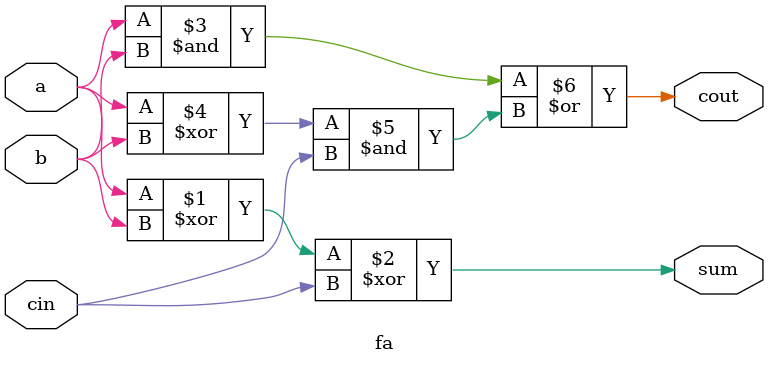
<source format=v>
module fa (input a, input b, input cin, output sum, output cout);

assign sum = (a^b^cin);
assign cout = ((a&b) | ((a^b)&cin));

endmodule

</source>
